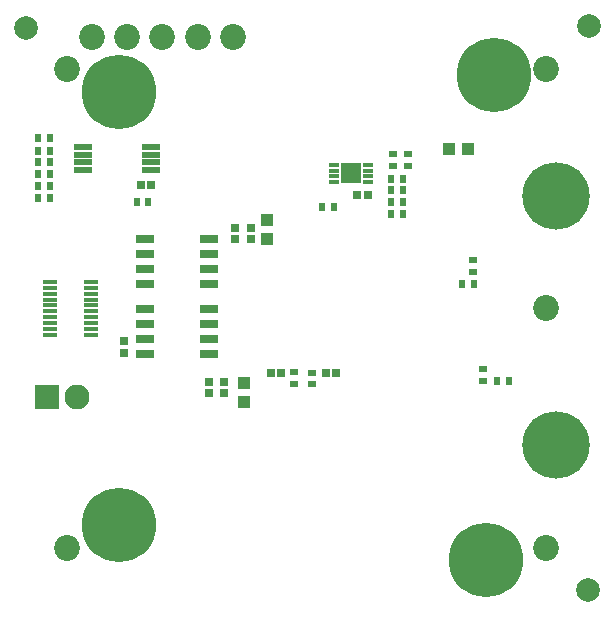
<source format=gbs>
G04*
G04 #@! TF.GenerationSoftware,Altium Limited,Altium Designer,24.4.1 (13)*
G04*
G04 Layer_Color=16711935*
%FSLAX44Y44*%
%MOMM*%
G71*
G04*
G04 #@! TF.SameCoordinates,5C204048-AA91-41EF-A6A1-2F145A8F5129*
G04*
G04*
G04 #@! TF.FilePolarity,Negative*
G04*
G01*
G75*
%ADD41R,0.6000X0.7000*%
%ADD42R,0.7000X0.6000*%
%ADD56R,1.0500X1.1000*%
%ADD57R,1.1000X1.0500*%
%ADD58R,0.7200X0.7000*%
%ADD60R,0.7000X0.7200*%
%ADD62C,2.0000*%
%ADD64R,2.1200X2.1200*%
%ADD65C,2.1200*%
%ADD66C,2.1900*%
%ADD67C,5.7000*%
%ADD68C,0.1000*%
%ADD92R,1.6000X0.5500*%
%ADD93R,1.6500X0.7000*%
%ADD94R,0.9500X0.4000*%
%ADD95R,1.7000X1.7000*%
%ADD96R,1.2000X0.4000*%
%ADD97C,6.3000*%
%ADD98R,0.7200X0.6700*%
%ADD99R,0.7000X0.6500*%
D41*
X277000Y339500D02*
D03*
X267000D02*
D03*
X120000Y343710D02*
D03*
X110000D02*
D03*
X425000Y192500D02*
D03*
X415000D02*
D03*
X395500Y274431D02*
D03*
X385500D02*
D03*
X325250Y363750D02*
D03*
X335250D02*
D03*
X325500Y334250D02*
D03*
X335500D02*
D03*
Y354236D02*
D03*
X325500D02*
D03*
X335500Y343750D02*
D03*
X325500D02*
D03*
X36500Y387710D02*
D03*
X26500D02*
D03*
X36500Y377710D02*
D03*
X26500D02*
D03*
X36500Y347460D02*
D03*
X26500D02*
D03*
X26535Y397960D02*
D03*
X36535D02*
D03*
X26500Y367710D02*
D03*
X36500D02*
D03*
X26500Y357460D02*
D03*
X36500D02*
D03*
D42*
X403000Y202844D02*
D03*
Y192844D02*
D03*
X395000Y285000D02*
D03*
Y295000D02*
D03*
X327500Y375000D02*
D03*
Y385000D02*
D03*
X340000D02*
D03*
Y375000D02*
D03*
X258755Y189691D02*
D03*
Y199691D02*
D03*
X243755Y189961D02*
D03*
Y199961D02*
D03*
D56*
X374500Y389088D02*
D03*
X390500D02*
D03*
D57*
X200650Y174955D02*
D03*
Y190955D02*
D03*
X220624Y328550D02*
D03*
Y312550D02*
D03*
D58*
X193167D02*
D03*
Y321750D02*
D03*
X206778D02*
D03*
Y312550D02*
D03*
X184407Y191350D02*
D03*
Y182150D02*
D03*
X171518Y182500D02*
D03*
Y191700D02*
D03*
D60*
X113425Y358378D02*
D03*
X122625D02*
D03*
X306100Y349750D02*
D03*
X296900D02*
D03*
D62*
X16836Y491645D02*
D03*
X492909Y492701D02*
D03*
X492478Y15188D02*
D03*
D64*
X34250Y179000D02*
D03*
D65*
X59650D02*
D03*
D66*
X192000Y484000D02*
D03*
X51000Y457000D02*
D03*
X457000Y51000D02*
D03*
Y457000D02*
D03*
X132000Y484000D02*
D03*
X102000D02*
D03*
X72000D02*
D03*
X457000Y254000D02*
D03*
X51000Y51000D02*
D03*
X162000Y484000D02*
D03*
D67*
X465000Y138000D02*
D03*
Y349000D02*
D03*
D68*
X95000Y71000D02*
D03*
X406000Y41000D02*
D03*
X413000Y452000D02*
D03*
X95000Y437000D02*
D03*
D92*
X64618Y390689D02*
D03*
X122618D02*
D03*
Y377689D02*
D03*
X64618Y371189D02*
D03*
Y377689D02*
D03*
Y384189D02*
D03*
X122618D02*
D03*
Y371189D02*
D03*
D93*
X171500Y215250D02*
D03*
Y240650D02*
D03*
X117500D02*
D03*
Y227950D02*
D03*
Y215250D02*
D03*
X171500Y227950D02*
D03*
Y253350D02*
D03*
X117500D02*
D03*
X171250Y274450D02*
D03*
X117250D02*
D03*
Y299850D02*
D03*
X171250Y312550D02*
D03*
Y299850D02*
D03*
Y287150D02*
D03*
X117250D02*
D03*
Y312550D02*
D03*
D94*
X276914Y360775D02*
D03*
Y365775D02*
D03*
Y370775D02*
D03*
Y375775D02*
D03*
X305914Y370775D02*
D03*
Y375775D02*
D03*
Y365775D02*
D03*
Y360775D02*
D03*
D95*
X291414Y368275D02*
D03*
D96*
X71500Y266500D02*
D03*
Y261500D02*
D03*
Y256500D02*
D03*
Y251500D02*
D03*
Y231500D02*
D03*
Y236500D02*
D03*
Y241500D02*
D03*
Y246500D02*
D03*
Y276500D02*
D03*
Y271500D02*
D03*
X36500D02*
D03*
Y276500D02*
D03*
Y246500D02*
D03*
Y241500D02*
D03*
Y236500D02*
D03*
Y231500D02*
D03*
Y251500D02*
D03*
Y256500D02*
D03*
Y261500D02*
D03*
Y266500D02*
D03*
D97*
X95000Y71000D02*
D03*
X406000Y41000D02*
D03*
X413000Y452000D02*
D03*
X95000Y437000D02*
D03*
D98*
X99000Y226250D02*
D03*
Y216650D02*
D03*
D99*
X279005Y198941D02*
D03*
X270505D02*
D03*
X224129Y199191D02*
D03*
X232629D02*
D03*
M02*

</source>
